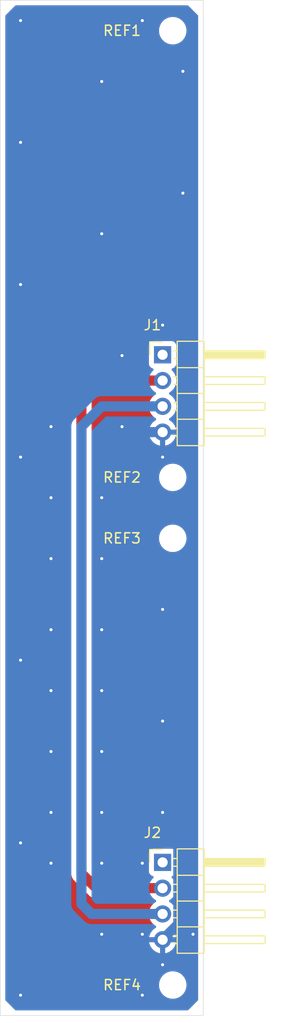
<source format=kicad_pcb>
(kicad_pcb (version 20240108) (generator "pcbnew") (generator_version "8.0")
  (layers (0 "F.Cu" signal) (31 "B.Cu" signal) (34 "B.Paste" user) (35 "F.Paste" user) (36 "B.SilkS" user "B.Silkscreen") (37 "F.SilkS" user "F.Silkscreen") (38 "B.Mask" user) (39 "F.Mask" user) (44 "Edge.Cuts" user))
  (net 0 "")
  (net 2 "Net-(J1-Pin_3)")
  (net 3 "Net-(J1-Pin_2)")
  (net 4 "GND")
  (footprint "Connector_PinHeader_2.54mm:PinHeader_1x04_P2.54mm_Horizontal" (layer "F.Cu") (at 174 62.92)
    (property "Reference" "J1" (at -1 -2.92 0) (layer "F.SilkS"))
    (property "Value" "Conn_01x04_Pin")
    (fp_line (start -1.27 -1.27) (end 0 -1.27) (stroke (width 0.12)) (layer "F.SilkS"))
    (fp_line (start -1.27 0) (end -1.27 -1.27) (stroke (width 0.12)) (layer "F.SilkS"))
    (fp_line (start 1.042929 2.16) (end 1.44 2.16) (stroke (width 0.12)) (layer "F.SilkS"))
    (fp_line (start 1.042929 2.92) (end 1.44 2.92) (stroke (width 0.12)) (layer "F.SilkS"))
    (fp_line (start 1.042929 4.7) (end 1.44 4.7) (stroke (width 0.12)) (layer "F.SilkS"))
    (fp_line (start 1.042929 5.46) (end 1.44 5.46) (stroke (width 0.12)) (layer "F.SilkS"))
    (fp_line (start 1.042929 7.24) (end 1.44 7.24) (stroke (width 0.12)) (layer "F.SilkS"))
    (fp_line (start 1.042929 8) (end 1.44 8) (stroke (width 0.12)) (layer "F.SilkS"))
    (fp_line (start 1.11 -0.38) (end 1.44 -0.38) (stroke (width 0.12)) (layer "F.SilkS"))
    (fp_line (start 1.11 0.38) (end 1.44 0.38) (stroke (width 0.12)) (layer "F.SilkS"))
    (fp_line (start 1.44 -1.33) (end 1.44 8.95) (stroke (width 0.12)) (layer "F.SilkS"))
    (fp_line (start 1.44 1.27) (end 4.1 1.27) (stroke (width 0.12)) (layer "F.SilkS"))
    (fp_line (start 1.44 3.81) (end 4.1 3.81) (stroke (width 0.12)) (layer "F.SilkS"))
    (fp_line (start 1.44 6.35) (end 4.1 6.35) (stroke (width 0.12)) (layer "F.SilkS"))
    (fp_line (start 1.44 8.95) (end 4.1 8.95) (stroke (width 0.12)) (layer "F.SilkS"))
    (fp_line (start 4.1 -1.33) (end 1.44 -1.33) (stroke (width 0.12)) (layer "F.SilkS"))
    (fp_line (start 4.1 -0.38) (end 10.1 -0.38) (stroke (width 0.12)) (layer "F.SilkS"))
    (fp_line (start 4.1 -0.32) (end 10.1 -0.32) (stroke (width 0.12)) (layer "F.SilkS"))
    (fp_line (start 4.1 -0.2) (end 10.1 -0.2) (stroke (width 0.12)) (layer "F.SilkS"))
    (fp_line (start 4.1 -0.08) (end 10.1 -0.08) (stroke (width 0.12)) (layer "F.SilkS"))
    (fp_line (start 4.1 0.04) (end 10.1 0.04) (stroke (width 0.12)) (layer "F.SilkS"))
    (fp_line (start 4.1 0.16) (end 10.1 0.16) (stroke (width 0.12)) (layer "F.SilkS"))
    (fp_line (start 4.1 0.28) (end 10.1 0.28) (stroke (width 0.12)) (layer "F.SilkS"))
    (fp_line (start 4.1 2.16) (end 10.1 2.16) (stroke (width 0.12)) (layer "F.SilkS"))
    (fp_line (start 4.1 4.7) (end 10.1 4.7) (stroke (width 0.12)) (layer "F.SilkS"))
    (fp_line (start 4.1 7.24) (end 10.1 7.24) (stroke (width 0.12)) (layer "F.SilkS"))
    (fp_line (start 4.1 8.95) (end 4.1 -1.33) (stroke (width 0.12)) (layer "F.SilkS"))
    (fp_line (start 10.1 -0.38) (end 10.1 0.38) (stroke (width 0.12)) (layer "F.SilkS"))
    (fp_line (start 10.1 0.38) (end 4.1 0.38) (stroke (width 0.12)) (layer "F.SilkS"))
    (fp_line (start 10.1 2.16) (end 10.1 2.92) (stroke (width 0.12)) (layer "F.SilkS"))
    (fp_line (start 10.1 2.92) (end 4.1 2.92) (stroke (width 0.12)) (layer "F.SilkS"))
    (fp_line (start 10.1 4.7) (end 10.1 5.46) (stroke (width 0.12)) (layer "F.SilkS"))
    (fp_line (start 10.1 5.46) (end 4.1 5.46) (stroke (width 0.12)) (layer "F.SilkS"))
    (fp_line (start 10.1 7.24) (end 10.1 8) (stroke (width 0.12)) (layer "F.SilkS"))
    (fp_line (start 10.1 8) (end 4.1 8) (stroke (width 0.12)) (layer "F.SilkS"))
    (pad "1" thru_hole rect (at 0 0) (size 1.7 1.7) (drill 1) (layers "*.Cu" "*.Mask"))
    (pad "2" thru_hole oval (at 0 2.54) (size 1.7 1.7) (drill 1) (layers "*.Cu" "*.Mask") (net 3 "Net-(J1-Pin_2)"))
    (pad "3" thru_hole oval (at 0 5.08) (size 1.7 1.7) (drill 1) (layers "*.Cu" "*.Mask") (net 2 "Net-(J1-Pin_3)"))
    (pad "4" thru_hole oval (at 0 7.62) (size 1.7 1.7) (drill 1) (layers "*.Cu" "*.Mask") (net 4 "GND"))
  )
  (footprint "MountingHole:MountingHole_2.2mm_M2_DIN965" (layer "F.Cu") (at 175 31)
    (property "Reference" "REF1" (at -5 0 0) (layer "F.SilkS"))
    (property "Value" "MountingHole_2.2mm_M2_DIN965")
    (pad "" np_thru_hole circle (at 0 0) (size 2.2 2.2) (drill 2.2) (layers "*.Cu" "*.Mask"))
  )
  (footprint "MountingHole:MountingHole_2.2mm_M2_DIN965" (layer "F.Cu") (at 175 125)
    (property "Reference" "REF4" (at -5 0 0) (layer "F.SilkS"))
    (property "Value" "MountingHole_2.2mm_M2_DIN965")
    (pad "" np_thru_hole circle (at 0 0) (size 2.2 2.2) (drill 2.2) (layers "*.Cu" "*.Mask"))
  )
  (footprint "Connector_PinHeader_2.54mm:PinHeader_1x04_P2.54mm_Horizontal" (layer "F.Cu") (at 174 112.92)
    (property "Reference" "J2" (at -1 -2.92 0) (layer "F.SilkS"))
    (property "Value" "Conn_01x04_Pin")
    (fp_line (start -1.27 -1.27) (end 0 -1.27) (stroke (width 0.12)) (layer "F.SilkS"))
    (fp_line (start -1.27 0) (end -1.27 -1.27) (stroke (width 0.12)) (layer "F.SilkS"))
    (fp_line (start 1.042929 2.16) (end 1.44 2.16) (stroke (width 0.12)) (layer "F.SilkS"))
    (fp_line (start 1.042929 2.92) (end 1.44 2.92) (stroke (width 0.12)) (layer "F.SilkS"))
    (fp_line (start 1.042929 4.7) (end 1.44 4.7) (stroke (width 0.12)) (layer "F.SilkS"))
    (fp_line (start 1.042929 5.46) (end 1.44 5.46) (stroke (width 0.12)) (layer "F.SilkS"))
    (fp_line (start 1.042929 7.24) (end 1.44 7.24) (stroke (width 0.12)) (layer "F.SilkS"))
    (fp_line (start 1.042929 8) (end 1.44 8) (stroke (width 0.12)) (layer "F.SilkS"))
    (fp_line (start 1.11 -0.38) (end 1.44 -0.38) (stroke (width 0.12)) (layer "F.SilkS"))
    (fp_line (start 1.11 0.38) (end 1.44 0.38) (stroke (width 0.12)) (layer "F.SilkS"))
    (fp_line (start 1.44 -1.33) (end 1.44 8.95) (stroke (width 0.12)) (layer "F.SilkS"))
    (fp_line (start 1.44 1.27) (end 4.1 1.27) (stroke (width 0.12)) (layer "F.SilkS"))
    (fp_line (start 1.44 3.81) (end 4.1 3.81) (stroke (width 0.12)) (layer "F.SilkS"))
    (fp_line (start 1.44 6.35) (end 4.1 6.35) (stroke (width 0.12)) (layer "F.SilkS"))
    (fp_line (start 1.44 8.95) (end 4.1 8.95) (stroke (width 0.12)) (layer "F.SilkS"))
    (fp_line (start 4.1 -1.33) (end 1.44 -1.33) (stroke (width 0.12)) (layer "F.SilkS"))
    (fp_line (start 4.1 -0.38) (end 10.1 -0.38) (stroke (width 0.12)) (layer "F.SilkS"))
    (fp_line (start 4.1 -0.32) (end 10.1 -0.32) (stroke (width 0.12)) (layer "F.SilkS"))
    (fp_line (start 4.1 -0.2) (end 10.1 -0.2) (stroke (width 0.12)) (layer "F.SilkS"))
    (fp_line (start 4.1 -0.08) (end 10.1 -0.08) (stroke (width 0.12)) (layer "F.SilkS"))
    (fp_line (start 4.1 0.04) (end 10.1 0.04) (stroke (width 0.12)) (layer "F.SilkS"))
    (fp_line (start 4.1 0.16) (end 10.1 0.16) (stroke (width 0.12)) (layer "F.SilkS"))
    (fp_line (start 4.1 0.28) (end 10.1 0.28) (stroke (width 0.12)) (layer "F.SilkS"))
    (fp_line (start 4.1 2.16) (end 10.1 2.16) (stroke (width 0.12)) (layer "F.SilkS"))
    (fp_line (start 4.1 4.7) (end 10.1 4.7) (stroke (width 0.12)) (layer "F.SilkS"))
    (fp_line (start 4.1 7.24) (end 10.1 7.24) (stroke (width 0.12)) (layer "F.SilkS"))
    (fp_line (start 4.1 8.95) (end 4.1 -1.33) (stroke (width 0.12)) (layer "F.SilkS"))
    (fp_line (start 10.1 -0.38) (end 10.1 0.38) (stroke (width 0.12)) (layer "F.SilkS"))
    (fp_line (start 10.1 0.38) (end 4.1 0.38) (stroke (width 0.12)) (layer "F.SilkS"))
    (fp_line (start 10.1 2.16) (end 10.1 2.92) (stroke (width 0.12)) (layer "F.SilkS"))
    (fp_line (start 10.1 2.92) (end 4.1 2.92) (stroke (width 0.12)) (layer "F.SilkS"))
    (fp_line (start 10.1 4.7) (end 10.1 5.46) (stroke (width 0.12)) (layer "F.SilkS"))
    (fp_line (start 10.1 5.46) (end 4.1 5.46) (stroke (width 0.12)) (layer "F.SilkS"))
    (fp_line (start 10.1 7.24) (end 10.1 8) (stroke (width 0.12)) (layer "F.SilkS"))
    (fp_line (start 10.1 8) (end 4.1 8) (stroke (width 0.12)) (layer "F.SilkS"))
    (pad "1" thru_hole rect (at 0 0) (size 1.7 1.7) (drill 1) (layers "*.Cu" "*.Mask"))
    (pad "2" thru_hole oval (at 0 2.54) (size 1.7 1.7) (drill 1) (layers "*.Cu" "*.Mask") (net 3 "Net-(J1-Pin_2)"))
    (pad "3" thru_hole oval (at 0 5.08) (size 1.7 1.7) (drill 1) (layers "*.Cu" "*.Mask") (net 2 "Net-(J1-Pin_3)"))
    (pad "4" thru_hole oval (at 0 7.62) (size 1.7 1.7) (drill 1) (layers "*.Cu" "*.Mask") (net 4 "GND"))
  )
  (footprint "MountingHole:MountingHole_2.2mm_M2_DIN965" (layer "F.Cu") (at 175 75)
    (property "Reference" "REF2" (at -5 0 0) (layer "F.SilkS"))
    (property "Value" "MountingHole_2.2mm_M2_DIN965")
    (pad "" np_thru_hole circle (at 0 0) (size 2.2 2.2) (drill 2.2) (layers "*.Cu" "*.Mask"))
  )
  (footprint "MountingHole:MountingHole_2.2mm_M2_DIN965" (layer "F.Cu") (at 175 81)
    (property "Reference" "REF3" (at -5 0 0) (layer "F.SilkS"))
    (property "Value" "MountingHole_2.2mm_M2_DIN965")
    (pad "" np_thru_hole circle (at 0 0) (size 2.2 2.2) (drill 2.2) (layers "*.Cu" "*.Mask"))
  )
  (gr_rect (start 158 28) (end 178 128) (stroke (width 0.05)) (fill none) (layer "Edge.Cuts"))
  (segment (start 167 118) (end 174 118) (width 1) (layer "B.Cu") (net 2))
  (segment (start 174 68) (end 168 68) (width 1) (layer "B.Cu") (net 2))
  (segment (start 168 68) (end 166 70) (width 1) (layer "B.Cu") (net 2))
  (segment (start 166 70) (end 166 117) (width 1) (layer "B.Cu") (net 2))
  (segment (start 166 117) (end 167 118) (width 1) (layer "B.Cu") (net 2))
  (segment (start 174 65.46) (end 167.54 65.46) (width 1) (layer "F.Cu") (net 3))
  (segment (start 166 114) (end 167.46 115.46) (width 1) (layer "F.Cu") (net 3))
  (segment (start 167.46 115.46) (end 174 115.46) (width 1) (layer "F.Cu") (net 3))
  (segment (start 166 67) (end 166 114) (width 1) (layer "F.Cu") (net 3))
  (segment (start 167.54 65.46) (end 166 67) (width 1) (layer "F.Cu") (net 3))
  (via (at 160 93) (size 0.6) (drill 0.3) (layers "F.Cu" "B.Cu") (net 4))
  (via (at 163 70) (size 0.6) (drill 0.3) (layers "F.Cu" "B.Cu") (net 4))
  (via (at 163 113) (size 0.6) (drill 0.3) (layers "F.Cu" "B.Cu") (net 4))
  (via (at 168 96) (size 0.6) (drill 0.3) (layers "F.Cu" "B.Cu") (net 4))
  (via (at 168 102) (size 0.6) (drill 0.3) (layers "F.Cu" "B.Cu") (net 4))
  (via (at 168 120) (size 0.6) (drill 0.3) (layers "F.Cu" "B.Cu") (net 4))
  (via (at 174 88) (size 0.6) (drill 0.3) (layers "F.Cu" "B.Cu") (net 4))
  (via (at 168 51) (size 0.6) (drill 0.3) (layers "F.Cu" "B.Cu") (net 4))
  (via (at 168 77) (size 0.6) (drill 0.3) (layers "F.Cu" "B.Cu") (net 4))
  (via (at 160 42) (size 0.6) (drill 0.3) (layers "F.Cu" "B.Cu") (net 4))
  (via (at 172 120) (size 0.6) (drill 0.3) (layers "F.Cu" "B.Cu") (net 4))
  (via (at 163 83) (size 0.6) (drill 0.3) (layers "F.Cu" "B.Cu") (net 4))
  (via (at 160 30) (size 0.6) (drill 0.3) (layers "F.Cu" "B.Cu") (net 4))
  (via (at 163 102) (size 0.6) (drill 0.3) (layers "F.Cu" "B.Cu") (net 4))
  (via (at 163 108) (size 0.6) (drill 0.3) (layers "F.Cu" "B.Cu") (net 4))
  (via (at 163 96) (size 0.6) (drill 0.3) (layers "F.Cu" "B.Cu") (net 4))
  (via (at 176 35) (size 0.6) (drill 0.3) (layers "F.Cu" "B.Cu") (net 4))
  (via (at 172 113) (size 0.6) (drill 0.3) (layers "F.Cu" "B.Cu") (net 4))
  (via (at 174 108) (size 0.6) (drill 0.3) (layers "F.Cu" "B.Cu") (net 4))
  (via (at 168 90) (size 0.6) (drill 0.3) (layers "F.Cu" "B.Cu") (net 4))
  (via (at 176 47) (size 0.6) (drill 0.3) (layers "F.Cu" "B.Cu") (net 4))
  (via (at 168 108) (size 0.6) (drill 0.3) (layers "F.Cu" "B.Cu") (net 4))
  (via (at 172 30) (size 0.6) (drill 0.3) (layers "F.Cu" "B.Cu") (net 4))
  (via (at 174 99) (size 0.6) (drill 0.3) (layers "F.Cu" "B.Cu") (net 4))
  (via (at 177 120) (size 0.6) (drill 0.3) (layers "F.Cu" "B.Cu") (net 4))
  (via (at 170 63) (size 0.6) (drill 0.3) (layers "F.Cu" "B.Cu") (net 4))
  (via (at 160 56) (size 0.6) (drill 0.3) (layers "F.Cu" "B.Cu") (net 4))
  (via (at 170 70) (size 0.6) (drill 0.3) (layers "F.Cu" "B.Cu") (net 4))
  (via (at 163 90) (size 0.6) (drill 0.3) (layers "F.Cu" "B.Cu") (net 4))
  (via (at 172 126) (size 0.6) (drill 0.3) (layers "F.Cu" "B.Cu") (net 4))
  (via (at 160 111) (size 0.6) (drill 0.3) (layers "F.Cu" "B.Cu") (net 4))
  (via (at 168 83) (size 0.6) (drill 0.3) (layers "F.Cu" "B.Cu") (net 4))
  (via (at 174 60) (size 0.6) (drill 0.3) (layers "F.Cu" "B.Cu") (net 4))
  (via (at 174 123) (size 0.6) (drill 0.3) (layers "F.Cu" "B.Cu") (net 4))
  (via (at 160 73) (size 0.6) (drill 0.3) (layers "F.Cu" "B.Cu") (net 4))
  (via (at 174 73) (size 0.6) (drill 0.3) (layers "F.Cu" "B.Cu") (net 4))
  (via (at 168 36) (size 0.6) (drill 0.3) (layers "F.Cu" "B.Cu") (net 4))
  (via (at 168 113) (size 0.6) (drill 0.3) (layers "F.Cu" "B.Cu") (net 4))
  (via (at 163 77) (size 0.6) (drill 0.3) (layers "F.Cu" "B.Cu") (net 4))
  (via (at 160 126) (size 0.6) (drill 0.3) (layers "F.Cu" "B.Cu") (net 4))
  (segment (start 171.46 70.54) (end 170 72) (width 1) (layer "B.Cu") (net 4))
  (segment (start 175.55 118.99) (end 174 120.54) (width 1) (layer "B.Cu") (net 4))
  (segment (start 174 70.54) (end 171.46 70.54) (width 1) (layer "B.Cu") (net 4))
  (segment (start 175.55 102.55) (end 175.55 118.99) (width 1) (layer "B.Cu") (net 4))
  (segment (start 170 72) (end 170 97) (width 1) (layer "B.Cu") (net 4))
  (segment (start 170 97) (end 175.55 102.55) (width 1) (layer "B.Cu") (net 4))
  (zone (net 4) (net_name "GND") (layers "F&B.Cu") (connect_pads (clearance 0.5)) (min_thickness 0.25) (fill yes (thermal_gap 0.5) (thermal_bridge_width 0.5) (smoothing chamfer) (radius 2))
    (polygon (pts (xy 158 128) (xy 158 28) (xy 178 28) (xy 178 128)))
  )
)
</source>
